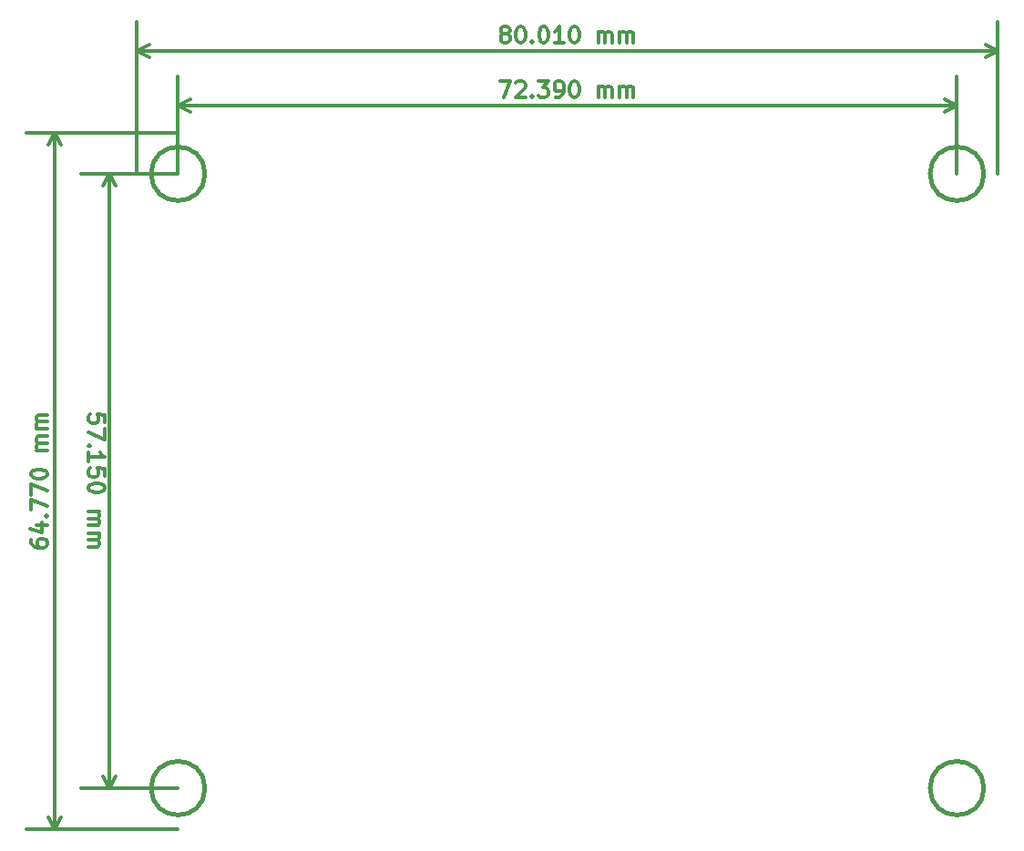
<source format=gbr>
G04 (created by PCBNEW (2013-june-11)-stable) date Thu 24 May 2018 19:10:40 EDT*
%MOIN*%
G04 Gerber Fmt 3.4, Leading zero omitted, Abs format*
%FSLAX34Y34*%
G01*
G70*
G90*
G04 APERTURE LIST*
%ADD10C,0.00590551*%
%ADD11C,0.011811*%
%ADD12C,0.015*%
G04 APERTURE END LIST*
G54D10*
G54D11*
X29116Y-55415D02*
X29116Y-55527D01*
X29145Y-55584D01*
X29173Y-55612D01*
X29257Y-55668D01*
X29370Y-55696D01*
X29595Y-55696D01*
X29651Y-55668D01*
X29679Y-55640D01*
X29707Y-55584D01*
X29707Y-55471D01*
X29679Y-55415D01*
X29651Y-55387D01*
X29595Y-55359D01*
X29454Y-55359D01*
X29398Y-55387D01*
X29370Y-55415D01*
X29341Y-55471D01*
X29341Y-55584D01*
X29370Y-55640D01*
X29398Y-55668D01*
X29454Y-55696D01*
X29313Y-54852D02*
X29707Y-54852D01*
X29088Y-54993D02*
X29510Y-55134D01*
X29510Y-54768D01*
X29651Y-54543D02*
X29679Y-54515D01*
X29707Y-54543D01*
X29679Y-54571D01*
X29651Y-54543D01*
X29707Y-54543D01*
X29116Y-54318D02*
X29116Y-53924D01*
X29707Y-54178D01*
X29116Y-53756D02*
X29116Y-53362D01*
X29707Y-53615D01*
X29116Y-53025D02*
X29116Y-52968D01*
X29145Y-52912D01*
X29173Y-52884D01*
X29229Y-52856D01*
X29341Y-52828D01*
X29482Y-52828D01*
X29595Y-52856D01*
X29651Y-52884D01*
X29679Y-52912D01*
X29707Y-52968D01*
X29707Y-53025D01*
X29679Y-53081D01*
X29651Y-53109D01*
X29595Y-53137D01*
X29482Y-53165D01*
X29341Y-53165D01*
X29229Y-53137D01*
X29173Y-53109D01*
X29145Y-53081D01*
X29116Y-53025D01*
X29707Y-52125D02*
X29313Y-52125D01*
X29370Y-52125D02*
X29341Y-52097D01*
X29313Y-52040D01*
X29313Y-51956D01*
X29341Y-51900D01*
X29398Y-51872D01*
X29707Y-51872D01*
X29398Y-51872D02*
X29341Y-51843D01*
X29313Y-51787D01*
X29313Y-51703D01*
X29341Y-51647D01*
X29398Y-51618D01*
X29707Y-51618D01*
X29707Y-51337D02*
X29313Y-51337D01*
X29370Y-51337D02*
X29341Y-51309D01*
X29313Y-51253D01*
X29313Y-51169D01*
X29341Y-51112D01*
X29398Y-51084D01*
X29707Y-51084D01*
X29398Y-51084D02*
X29341Y-51056D01*
X29313Y-51000D01*
X29313Y-50915D01*
X29341Y-50859D01*
X29398Y-50831D01*
X29707Y-50831D01*
X30000Y-66000D02*
X30000Y-40500D01*
X34500Y-66000D02*
X28937Y-66000D01*
X34500Y-40500D02*
X28937Y-40500D01*
X30000Y-40500D02*
X30230Y-40943D01*
X30000Y-40500D02*
X29769Y-40943D01*
X30000Y-66000D02*
X30230Y-65556D01*
X30000Y-66000D02*
X29769Y-65556D01*
X31820Y-51112D02*
X31820Y-50831D01*
X31538Y-50803D01*
X31566Y-50831D01*
X31595Y-50887D01*
X31595Y-51028D01*
X31566Y-51084D01*
X31538Y-51112D01*
X31482Y-51140D01*
X31341Y-51140D01*
X31285Y-51112D01*
X31257Y-51084D01*
X31229Y-51028D01*
X31229Y-50887D01*
X31257Y-50831D01*
X31285Y-50803D01*
X31820Y-51337D02*
X31820Y-51731D01*
X31229Y-51478D01*
X31285Y-51956D02*
X31257Y-51984D01*
X31229Y-51956D01*
X31257Y-51928D01*
X31285Y-51956D01*
X31229Y-51956D01*
X31229Y-52546D02*
X31229Y-52209D01*
X31229Y-52378D02*
X31820Y-52378D01*
X31735Y-52321D01*
X31679Y-52265D01*
X31651Y-52209D01*
X31820Y-53081D02*
X31820Y-52800D01*
X31538Y-52771D01*
X31566Y-52800D01*
X31595Y-52856D01*
X31595Y-52996D01*
X31566Y-53053D01*
X31538Y-53081D01*
X31482Y-53109D01*
X31341Y-53109D01*
X31285Y-53081D01*
X31257Y-53053D01*
X31229Y-52996D01*
X31229Y-52856D01*
X31257Y-52800D01*
X31285Y-52771D01*
X31820Y-53474D02*
X31820Y-53531D01*
X31791Y-53587D01*
X31763Y-53615D01*
X31707Y-53643D01*
X31595Y-53671D01*
X31454Y-53671D01*
X31341Y-53643D01*
X31285Y-53615D01*
X31257Y-53587D01*
X31229Y-53531D01*
X31229Y-53474D01*
X31257Y-53418D01*
X31285Y-53390D01*
X31341Y-53362D01*
X31454Y-53334D01*
X31595Y-53334D01*
X31707Y-53362D01*
X31763Y-53390D01*
X31791Y-53418D01*
X31820Y-53474D01*
X31229Y-54374D02*
X31623Y-54374D01*
X31566Y-54374D02*
X31595Y-54402D01*
X31623Y-54459D01*
X31623Y-54543D01*
X31595Y-54599D01*
X31538Y-54627D01*
X31229Y-54627D01*
X31538Y-54627D02*
X31595Y-54656D01*
X31623Y-54712D01*
X31623Y-54796D01*
X31595Y-54852D01*
X31538Y-54881D01*
X31229Y-54881D01*
X31229Y-55162D02*
X31623Y-55162D01*
X31566Y-55162D02*
X31595Y-55190D01*
X31623Y-55246D01*
X31623Y-55330D01*
X31595Y-55387D01*
X31538Y-55415D01*
X31229Y-55415D01*
X31538Y-55415D02*
X31595Y-55443D01*
X31623Y-55499D01*
X31623Y-55584D01*
X31595Y-55640D01*
X31538Y-55668D01*
X31229Y-55668D01*
X32000Y-42000D02*
X32000Y-64500D01*
X34500Y-42000D02*
X30937Y-42000D01*
X34500Y-64500D02*
X30937Y-64500D01*
X32000Y-64500D02*
X31769Y-64056D01*
X32000Y-64500D02*
X32230Y-64056D01*
X32000Y-42000D02*
X31769Y-42443D01*
X32000Y-42000D02*
X32230Y-42443D01*
X46415Y-36870D02*
X46359Y-36841D01*
X46331Y-36813D01*
X46303Y-36757D01*
X46303Y-36729D01*
X46331Y-36673D01*
X46359Y-36645D01*
X46415Y-36616D01*
X46528Y-36616D01*
X46584Y-36645D01*
X46612Y-36673D01*
X46640Y-36729D01*
X46640Y-36757D01*
X46612Y-36813D01*
X46584Y-36841D01*
X46528Y-36870D01*
X46415Y-36870D01*
X46359Y-36898D01*
X46331Y-36926D01*
X46303Y-36982D01*
X46303Y-37095D01*
X46331Y-37151D01*
X46359Y-37179D01*
X46415Y-37207D01*
X46528Y-37207D01*
X46584Y-37179D01*
X46612Y-37151D01*
X46640Y-37095D01*
X46640Y-36982D01*
X46612Y-36926D01*
X46584Y-36898D01*
X46528Y-36870D01*
X47006Y-36616D02*
X47062Y-36616D01*
X47118Y-36645D01*
X47147Y-36673D01*
X47175Y-36729D01*
X47203Y-36841D01*
X47203Y-36982D01*
X47175Y-37095D01*
X47147Y-37151D01*
X47118Y-37179D01*
X47062Y-37207D01*
X47006Y-37207D01*
X46950Y-37179D01*
X46922Y-37151D01*
X46893Y-37095D01*
X46865Y-36982D01*
X46865Y-36841D01*
X46893Y-36729D01*
X46922Y-36673D01*
X46950Y-36645D01*
X47006Y-36616D01*
X47456Y-37151D02*
X47484Y-37179D01*
X47456Y-37207D01*
X47428Y-37179D01*
X47456Y-37151D01*
X47456Y-37207D01*
X47850Y-36616D02*
X47906Y-36616D01*
X47962Y-36645D01*
X47990Y-36673D01*
X48018Y-36729D01*
X48046Y-36841D01*
X48046Y-36982D01*
X48018Y-37095D01*
X47990Y-37151D01*
X47962Y-37179D01*
X47906Y-37207D01*
X47850Y-37207D01*
X47793Y-37179D01*
X47765Y-37151D01*
X47737Y-37095D01*
X47709Y-36982D01*
X47709Y-36841D01*
X47737Y-36729D01*
X47765Y-36673D01*
X47793Y-36645D01*
X47850Y-36616D01*
X48609Y-37207D02*
X48271Y-37207D01*
X48440Y-37207D02*
X48440Y-36616D01*
X48384Y-36701D01*
X48328Y-36757D01*
X48271Y-36785D01*
X48974Y-36616D02*
X49031Y-36616D01*
X49087Y-36645D01*
X49115Y-36673D01*
X49143Y-36729D01*
X49171Y-36841D01*
X49171Y-36982D01*
X49143Y-37095D01*
X49115Y-37151D01*
X49087Y-37179D01*
X49031Y-37207D01*
X48974Y-37207D01*
X48918Y-37179D01*
X48890Y-37151D01*
X48862Y-37095D01*
X48834Y-36982D01*
X48834Y-36841D01*
X48862Y-36729D01*
X48890Y-36673D01*
X48918Y-36645D01*
X48974Y-36616D01*
X49874Y-37207D02*
X49874Y-36813D01*
X49874Y-36870D02*
X49902Y-36841D01*
X49959Y-36813D01*
X50043Y-36813D01*
X50099Y-36841D01*
X50127Y-36898D01*
X50127Y-37207D01*
X50127Y-36898D02*
X50156Y-36841D01*
X50212Y-36813D01*
X50296Y-36813D01*
X50352Y-36841D01*
X50381Y-36898D01*
X50381Y-37207D01*
X50662Y-37207D02*
X50662Y-36813D01*
X50662Y-36870D02*
X50690Y-36841D01*
X50746Y-36813D01*
X50830Y-36813D01*
X50887Y-36841D01*
X50915Y-36898D01*
X50915Y-37207D01*
X50915Y-36898D02*
X50943Y-36841D01*
X50999Y-36813D01*
X51084Y-36813D01*
X51140Y-36841D01*
X51168Y-36898D01*
X51168Y-37207D01*
X64500Y-37500D02*
X33000Y-37500D01*
X64500Y-42000D02*
X64500Y-36437D01*
X33000Y-42000D02*
X33000Y-36437D01*
X33000Y-37500D02*
X33443Y-37269D01*
X33000Y-37500D02*
X33443Y-37730D01*
X64500Y-37500D02*
X64056Y-37269D01*
X64500Y-37500D02*
X64056Y-37730D01*
X46275Y-38616D02*
X46669Y-38616D01*
X46415Y-39207D01*
X46865Y-38673D02*
X46893Y-38645D01*
X46950Y-38616D01*
X47090Y-38616D01*
X47147Y-38645D01*
X47175Y-38673D01*
X47203Y-38729D01*
X47203Y-38785D01*
X47175Y-38870D01*
X46837Y-39207D01*
X47203Y-39207D01*
X47456Y-39151D02*
X47484Y-39179D01*
X47456Y-39207D01*
X47428Y-39179D01*
X47456Y-39151D01*
X47456Y-39207D01*
X47681Y-38616D02*
X48046Y-38616D01*
X47850Y-38841D01*
X47934Y-38841D01*
X47990Y-38870D01*
X48018Y-38898D01*
X48046Y-38954D01*
X48046Y-39095D01*
X48018Y-39151D01*
X47990Y-39179D01*
X47934Y-39207D01*
X47765Y-39207D01*
X47709Y-39179D01*
X47681Y-39151D01*
X48328Y-39207D02*
X48440Y-39207D01*
X48496Y-39179D01*
X48525Y-39151D01*
X48581Y-39066D01*
X48609Y-38954D01*
X48609Y-38729D01*
X48581Y-38673D01*
X48553Y-38645D01*
X48496Y-38616D01*
X48384Y-38616D01*
X48328Y-38645D01*
X48300Y-38673D01*
X48271Y-38729D01*
X48271Y-38870D01*
X48300Y-38926D01*
X48328Y-38954D01*
X48384Y-38982D01*
X48496Y-38982D01*
X48553Y-38954D01*
X48581Y-38926D01*
X48609Y-38870D01*
X48974Y-38616D02*
X49031Y-38616D01*
X49087Y-38645D01*
X49115Y-38673D01*
X49143Y-38729D01*
X49171Y-38841D01*
X49171Y-38982D01*
X49143Y-39095D01*
X49115Y-39151D01*
X49087Y-39179D01*
X49031Y-39207D01*
X48974Y-39207D01*
X48918Y-39179D01*
X48890Y-39151D01*
X48862Y-39095D01*
X48834Y-38982D01*
X48834Y-38841D01*
X48862Y-38729D01*
X48890Y-38673D01*
X48918Y-38645D01*
X48974Y-38616D01*
X49874Y-39207D02*
X49874Y-38813D01*
X49874Y-38870D02*
X49902Y-38841D01*
X49959Y-38813D01*
X50043Y-38813D01*
X50099Y-38841D01*
X50127Y-38898D01*
X50127Y-39207D01*
X50127Y-38898D02*
X50156Y-38841D01*
X50212Y-38813D01*
X50296Y-38813D01*
X50352Y-38841D01*
X50381Y-38898D01*
X50381Y-39207D01*
X50662Y-39207D02*
X50662Y-38813D01*
X50662Y-38870D02*
X50690Y-38841D01*
X50746Y-38813D01*
X50830Y-38813D01*
X50887Y-38841D01*
X50915Y-38898D01*
X50915Y-39207D01*
X50915Y-38898D02*
X50943Y-38841D01*
X50999Y-38813D01*
X51084Y-38813D01*
X51140Y-38841D01*
X51168Y-38898D01*
X51168Y-39207D01*
X34500Y-39500D02*
X63000Y-39500D01*
X34500Y-42000D02*
X34500Y-38437D01*
X63000Y-42000D02*
X63000Y-38437D01*
X63000Y-39500D02*
X62556Y-39730D01*
X63000Y-39500D02*
X62556Y-39269D01*
X34500Y-39500D02*
X34943Y-39730D01*
X34500Y-39500D02*
X34943Y-39269D01*
G54D12*
X63984Y-42000D02*
G75*
G03X63984Y-42000I-984J0D01*
G74*
G01*
X63984Y-64500D02*
G75*
G03X63984Y-64500I-984J0D01*
G74*
G01*
X35484Y-64500D02*
G75*
G03X35484Y-64500I-984J0D01*
G74*
G01*
X35484Y-42000D02*
G75*
G03X35484Y-42000I-984J0D01*
G74*
G01*
M02*

</source>
